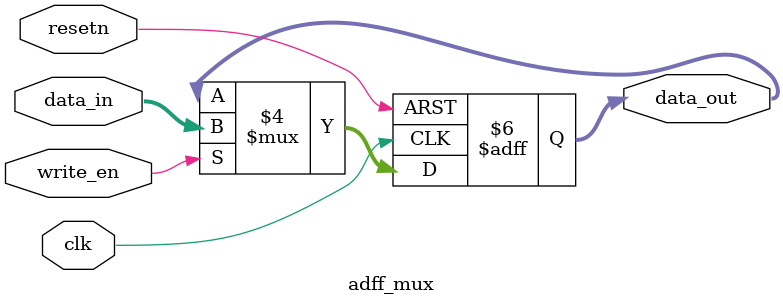
<source format=v>
module adff_mux
(
input [15:0] data_in,
input clk,
input resetn,
input write_en,
output reg [15:0] data_out
);

always @(posedge clk or negedge resetn)
    if (~resetn) // Register is reset resetn
    begin
        data_out <= 16'h0000;
    end
    else if (write_en)
    begin
        data_out <= data_in;
    end
    else
    begin
        data_out <= data_out;
    end
endmodule
</source>
